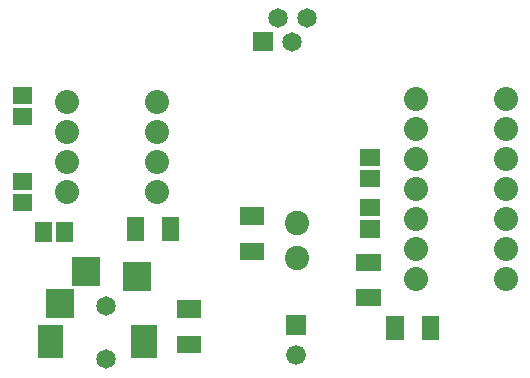
<source format=gbs>
G04 start of page 7 for group -4062 idx -4062 *
G04 Title: (unknown), soldermask *
G04 Creator: pcb 20140316 *
G04 CreationDate: Wed 08 Apr 2015 09:09:57 AM GMT UTC *
G04 For: fosse *
G04 Format: Gerber/RS-274X *
G04 PCB-Dimensions (mil): 2290.00 1790.00 *
G04 PCB-Coordinate-Origin: lower left *
%MOIN*%
%FSLAX25Y25*%
%LNBOTTOMMASK*%
%ADD85R,0.0848X0.0848*%
%ADD84R,0.0927X0.0927*%
%ADD83R,0.0572X0.0572*%
%ADD82C,0.0800*%
%ADD81C,0.0660*%
%ADD80C,0.0001*%
%ADD79C,0.0810*%
%ADD78C,0.0651*%
G54D78*X55506Y23373D03*
Y41090D03*
G54D79*X119250Y57000D03*
G54D80*G36*
X115700Y38000D02*Y31400D01*
X122300D01*
Y38000D01*
X115700D01*
G37*
G54D81*X119000Y24700D03*
G54D80*G36*
X104654Y132453D02*Y125947D01*
X111160D01*
Y132453D01*
X104654D01*
G37*
G54D78*X112829Y137074D03*
X117750Y129200D03*
X122671Y137074D03*
G54D79*X119250Y68800D03*
G54D82*X42750Y109200D03*
X72750Y79200D03*
G54D83*X77155Y67881D02*Y65519D01*
X103069Y59295D02*X105431D01*
X103069Y71105D02*X105431D01*
G54D82*X72750Y109200D03*
Y99200D03*
Y89200D03*
G54D83*X27357Y75657D02*X28143D01*
X34707Y66093D02*Y65307D01*
X41793Y66093D02*Y65307D01*
X27357Y82743D02*X28143D01*
X27357Y104157D02*X28143D01*
X27357Y111243D02*X28143D01*
G54D82*X42750Y79200D03*
Y89200D03*
Y99200D03*
G54D83*X82069Y28295D02*X84431D01*
X82069Y40105D02*X84431D01*
X65345Y67881D02*Y65519D01*
G54D84*X65939Y51129D02*Y50735D01*
G54D85*X68301Y30657D02*Y27901D01*
G54D84*X49010Y52704D02*Y52310D01*
G54D85*X37199Y30657D02*Y27901D01*
G54D84*X40348Y42074D02*Y41680D01*
G54D83*X151940Y34881D02*Y32519D01*
X163750Y34881D02*Y32519D01*
G54D82*X158845Y50200D03*
Y60200D03*
G54D83*X141964Y43895D02*X144326D01*
X141964Y55705D02*X144326D01*
X143252Y83507D02*X144038D01*
X143252Y90593D02*X144038D01*
G54D82*X158845Y70200D03*
Y80200D03*
Y90200D03*
Y100200D03*
Y110200D03*
X188845D03*
Y100200D03*
Y90200D03*
Y80200D03*
Y70200D03*
Y60200D03*
Y50200D03*
G54D83*X143252Y66757D02*X144038D01*
X143252Y73843D02*X144038D01*
M02*

</source>
